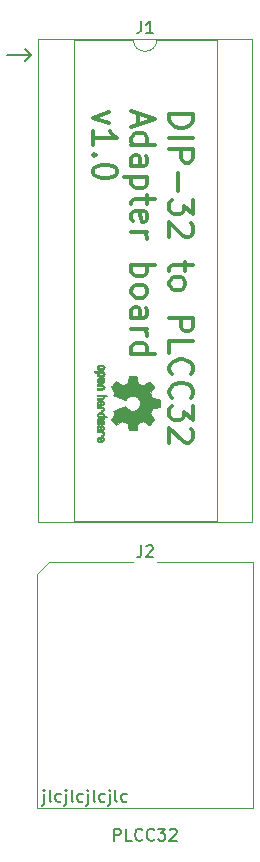
<source format=gbr>
%TF.GenerationSoftware,KiCad,Pcbnew,(6.0.9)*%
%TF.CreationDate,2023-07-20T16:52:18+02:00*%
%TF.ProjectId,plcc32-adapter-board,706c6363-3332-42d6-9164-61707465722d,rev?*%
%TF.SameCoordinates,Original*%
%TF.FileFunction,Legend,Top*%
%TF.FilePolarity,Positive*%
%FSLAX46Y46*%
G04 Gerber Fmt 4.6, Leading zero omitted, Abs format (unit mm)*
G04 Created by KiCad (PCBNEW (6.0.9)) date 2023-07-20 16:52:18*
%MOMM*%
%LPD*%
G01*
G04 APERTURE LIST*
%ADD10C,0.150000*%
%ADD11C,0.300000*%
%ADD12C,0.010000*%
%ADD13C,0.120000*%
G04 APERTURE END LIST*
D10*
X24463809Y-82843714D02*
X24463809Y-83700857D01*
X24416190Y-83796095D01*
X24320952Y-83843714D01*
X24273333Y-83843714D01*
X24463809Y-82510380D02*
X24416190Y-82558000D01*
X24463809Y-82605619D01*
X24511428Y-82558000D01*
X24463809Y-82510380D01*
X24463809Y-82605619D01*
X25082857Y-83510380D02*
X24987619Y-83462761D01*
X24940000Y-83367523D01*
X24940000Y-82510380D01*
X25892380Y-83462761D02*
X25797142Y-83510380D01*
X25606666Y-83510380D01*
X25511428Y-83462761D01*
X25463809Y-83415142D01*
X25416190Y-83319904D01*
X25416190Y-83034190D01*
X25463809Y-82938952D01*
X25511428Y-82891333D01*
X25606666Y-82843714D01*
X25797142Y-82843714D01*
X25892380Y-82891333D01*
X26320952Y-82843714D02*
X26320952Y-83700857D01*
X26273333Y-83796095D01*
X26178095Y-83843714D01*
X26130476Y-83843714D01*
X26320952Y-82510380D02*
X26273333Y-82558000D01*
X26320952Y-82605619D01*
X26368571Y-82558000D01*
X26320952Y-82510380D01*
X26320952Y-82605619D01*
X26940000Y-83510380D02*
X26844761Y-83462761D01*
X26797142Y-83367523D01*
X26797142Y-82510380D01*
X27749523Y-83462761D02*
X27654285Y-83510380D01*
X27463809Y-83510380D01*
X27368571Y-83462761D01*
X27320952Y-83415142D01*
X27273333Y-83319904D01*
X27273333Y-83034190D01*
X27320952Y-82938952D01*
X27368571Y-82891333D01*
X27463809Y-82843714D01*
X27654285Y-82843714D01*
X27749523Y-82891333D01*
X28178095Y-82843714D02*
X28178095Y-83700857D01*
X28130476Y-83796095D01*
X28035238Y-83843714D01*
X27987619Y-83843714D01*
X28178095Y-82510380D02*
X28130476Y-82558000D01*
X28178095Y-82605619D01*
X28225714Y-82558000D01*
X28178095Y-82510380D01*
X28178095Y-82605619D01*
X28797142Y-83510380D02*
X28701904Y-83462761D01*
X28654285Y-83367523D01*
X28654285Y-82510380D01*
X29606666Y-83462761D02*
X29511428Y-83510380D01*
X29320952Y-83510380D01*
X29225714Y-83462761D01*
X29178095Y-83415142D01*
X29130476Y-83319904D01*
X29130476Y-83034190D01*
X29178095Y-82938952D01*
X29225714Y-82891333D01*
X29320952Y-82843714D01*
X29511428Y-82843714D01*
X29606666Y-82891333D01*
X30035238Y-82843714D02*
X30035238Y-83700857D01*
X29987619Y-83796095D01*
X29892380Y-83843714D01*
X29844761Y-83843714D01*
X30035238Y-82510380D02*
X29987619Y-82558000D01*
X30035238Y-82605619D01*
X30082857Y-82558000D01*
X30035238Y-82510380D01*
X30035238Y-82605619D01*
X30654285Y-83510380D02*
X30559047Y-83462761D01*
X30511428Y-83367523D01*
X30511428Y-82510380D01*
X31463809Y-83462761D02*
X31368571Y-83510380D01*
X31178095Y-83510380D01*
X31082857Y-83462761D01*
X31035238Y-83415142D01*
X30987619Y-83319904D01*
X30987619Y-83034190D01*
X31035238Y-82938952D01*
X31082857Y-82891333D01*
X31178095Y-82843714D01*
X31368571Y-82843714D01*
X31463809Y-82891333D01*
D11*
X35081238Y-25309190D02*
X37081238Y-25309190D01*
X37081238Y-25785380D01*
X36986000Y-26071095D01*
X36795523Y-26261571D01*
X36605047Y-26356809D01*
X36224095Y-26452047D01*
X35938380Y-26452047D01*
X35557428Y-26356809D01*
X35366952Y-26261571D01*
X35176476Y-26071095D01*
X35081238Y-25785380D01*
X35081238Y-25309190D01*
X35081238Y-27309190D02*
X37081238Y-27309190D01*
X35081238Y-28261571D02*
X37081238Y-28261571D01*
X37081238Y-29023476D01*
X36986000Y-29213952D01*
X36890761Y-29309190D01*
X36700285Y-29404428D01*
X36414571Y-29404428D01*
X36224095Y-29309190D01*
X36128857Y-29213952D01*
X36033619Y-29023476D01*
X36033619Y-28261571D01*
X35843142Y-30261571D02*
X35843142Y-31785380D01*
X37081238Y-32547285D02*
X37081238Y-33785380D01*
X36319333Y-33118714D01*
X36319333Y-33404428D01*
X36224095Y-33594904D01*
X36128857Y-33690142D01*
X35938380Y-33785380D01*
X35462190Y-33785380D01*
X35271714Y-33690142D01*
X35176476Y-33594904D01*
X35081238Y-33404428D01*
X35081238Y-32833000D01*
X35176476Y-32642523D01*
X35271714Y-32547285D01*
X36890761Y-34547285D02*
X36986000Y-34642523D01*
X37081238Y-34833000D01*
X37081238Y-35309190D01*
X36986000Y-35499666D01*
X36890761Y-35594904D01*
X36700285Y-35690142D01*
X36509809Y-35690142D01*
X36224095Y-35594904D01*
X35081238Y-34452047D01*
X35081238Y-35690142D01*
X36414571Y-37785380D02*
X36414571Y-38547285D01*
X37081238Y-38071095D02*
X35366952Y-38071095D01*
X35176476Y-38166333D01*
X35081238Y-38356809D01*
X35081238Y-38547285D01*
X35081238Y-39499666D02*
X35176476Y-39309190D01*
X35271714Y-39213952D01*
X35462190Y-39118714D01*
X36033619Y-39118714D01*
X36224095Y-39213952D01*
X36319333Y-39309190D01*
X36414571Y-39499666D01*
X36414571Y-39785380D01*
X36319333Y-39975857D01*
X36224095Y-40071095D01*
X36033619Y-40166333D01*
X35462190Y-40166333D01*
X35271714Y-40071095D01*
X35176476Y-39975857D01*
X35081238Y-39785380D01*
X35081238Y-39499666D01*
X35081238Y-42547285D02*
X37081238Y-42547285D01*
X37081238Y-43309190D01*
X36986000Y-43499666D01*
X36890761Y-43594904D01*
X36700285Y-43690142D01*
X36414571Y-43690142D01*
X36224095Y-43594904D01*
X36128857Y-43499666D01*
X36033619Y-43309190D01*
X36033619Y-42547285D01*
X35081238Y-45499666D02*
X35081238Y-44547285D01*
X37081238Y-44547285D01*
X35271714Y-47309190D02*
X35176476Y-47213952D01*
X35081238Y-46928238D01*
X35081238Y-46737761D01*
X35176476Y-46452047D01*
X35366952Y-46261571D01*
X35557428Y-46166333D01*
X35938380Y-46071095D01*
X36224095Y-46071095D01*
X36605047Y-46166333D01*
X36795523Y-46261571D01*
X36985999Y-46452047D01*
X37081238Y-46737761D01*
X37081238Y-46928238D01*
X36985999Y-47213952D01*
X36890761Y-47309190D01*
X35271714Y-49309190D02*
X35176476Y-49213952D01*
X35081238Y-48928238D01*
X35081238Y-48737761D01*
X35176476Y-48452047D01*
X35366952Y-48261571D01*
X35557428Y-48166333D01*
X35938380Y-48071095D01*
X36224095Y-48071095D01*
X36605047Y-48166333D01*
X36795523Y-48261571D01*
X36985999Y-48452047D01*
X37081238Y-48737761D01*
X37081238Y-48928238D01*
X36985999Y-49213952D01*
X36890761Y-49309190D01*
X37081238Y-49975857D02*
X37081238Y-51213952D01*
X36319333Y-50547285D01*
X36319333Y-50833000D01*
X36224095Y-51023476D01*
X36128857Y-51118714D01*
X35938380Y-51213952D01*
X35462190Y-51213952D01*
X35271714Y-51118714D01*
X35176476Y-51023476D01*
X35081238Y-50833000D01*
X35081238Y-50261571D01*
X35176476Y-50071095D01*
X35271714Y-49975857D01*
X36890761Y-51975857D02*
X36985999Y-52071095D01*
X37081238Y-52261571D01*
X37081238Y-52737761D01*
X36985999Y-52928238D01*
X36890761Y-53023476D01*
X36700285Y-53118714D01*
X36509809Y-53118714D01*
X36224095Y-53023476D01*
X35081238Y-51880619D01*
X35081238Y-53118714D01*
X32432666Y-25213952D02*
X32432666Y-26166333D01*
X31861238Y-25023476D02*
X33861238Y-25690142D01*
X31861238Y-26356809D01*
X31861238Y-27880619D02*
X33861238Y-27880619D01*
X31956476Y-27880619D02*
X31861238Y-27690142D01*
X31861238Y-27309190D01*
X31956476Y-27118714D01*
X32051714Y-27023476D01*
X32242190Y-26928238D01*
X32813619Y-26928238D01*
X33004095Y-27023476D01*
X33099333Y-27118714D01*
X33194571Y-27309190D01*
X33194571Y-27690142D01*
X33099333Y-27880619D01*
X31861238Y-29690142D02*
X32908857Y-29690142D01*
X33099333Y-29594904D01*
X33194571Y-29404428D01*
X33194571Y-29023476D01*
X33099333Y-28833000D01*
X31956476Y-29690142D02*
X31861238Y-29499666D01*
X31861238Y-29023476D01*
X31956476Y-28833000D01*
X32146952Y-28737761D01*
X32337428Y-28737761D01*
X32527904Y-28833000D01*
X32623142Y-29023476D01*
X32623142Y-29499666D01*
X32718380Y-29690142D01*
X33194571Y-30642523D02*
X31194571Y-30642523D01*
X33099333Y-30642523D02*
X33194571Y-30833000D01*
X33194571Y-31213952D01*
X33099333Y-31404428D01*
X33004095Y-31499666D01*
X32813619Y-31594904D01*
X32242190Y-31594904D01*
X32051714Y-31499666D01*
X31956476Y-31404428D01*
X31861238Y-31213952D01*
X31861238Y-30833000D01*
X31956476Y-30642523D01*
X33194571Y-32166333D02*
X33194571Y-32928238D01*
X33861238Y-32452047D02*
X32146952Y-32452047D01*
X31956476Y-32547285D01*
X31861238Y-32737761D01*
X31861238Y-32928238D01*
X31956476Y-34356809D02*
X31861238Y-34166333D01*
X31861238Y-33785380D01*
X31956476Y-33594904D01*
X32146952Y-33499666D01*
X32908857Y-33499666D01*
X33099333Y-33594904D01*
X33194571Y-33785380D01*
X33194571Y-34166333D01*
X33099333Y-34356809D01*
X32908857Y-34452047D01*
X32718380Y-34452047D01*
X32527904Y-33499666D01*
X31861238Y-35309190D02*
X33194571Y-35309190D01*
X32813619Y-35309190D02*
X33004095Y-35404428D01*
X33099333Y-35499666D01*
X33194571Y-35690142D01*
X33194571Y-35880619D01*
X31861238Y-38071095D02*
X33861238Y-38071095D01*
X33099333Y-38071095D02*
X33194571Y-38261571D01*
X33194571Y-38642523D01*
X33099333Y-38833000D01*
X33004095Y-38928238D01*
X32813619Y-39023476D01*
X32242190Y-39023476D01*
X32051714Y-38928238D01*
X31956476Y-38833000D01*
X31861238Y-38642523D01*
X31861238Y-38261571D01*
X31956476Y-38071095D01*
X31861238Y-40166333D02*
X31956476Y-39975857D01*
X32051714Y-39880619D01*
X32242190Y-39785380D01*
X32813619Y-39785380D01*
X33004095Y-39880619D01*
X33099333Y-39975857D01*
X33194571Y-40166333D01*
X33194571Y-40452047D01*
X33099333Y-40642523D01*
X33004095Y-40737761D01*
X32813619Y-40833000D01*
X32242190Y-40833000D01*
X32051714Y-40737761D01*
X31956476Y-40642523D01*
X31861238Y-40452047D01*
X31861238Y-40166333D01*
X31861238Y-42547285D02*
X32908857Y-42547285D01*
X33099333Y-42452047D01*
X33194571Y-42261571D01*
X33194571Y-41880619D01*
X33099333Y-41690142D01*
X31956476Y-42547285D02*
X31861238Y-42356809D01*
X31861238Y-41880619D01*
X31956476Y-41690142D01*
X32146952Y-41594904D01*
X32337428Y-41594904D01*
X32527904Y-41690142D01*
X32623142Y-41880619D01*
X32623142Y-42356809D01*
X32718380Y-42547285D01*
X31861238Y-43499666D02*
X33194571Y-43499666D01*
X32813619Y-43499666D02*
X33004095Y-43594904D01*
X33099333Y-43690142D01*
X33194571Y-43880619D01*
X33194571Y-44071095D01*
X31861238Y-45594904D02*
X33861238Y-45594904D01*
X31956476Y-45594904D02*
X31861238Y-45404428D01*
X31861238Y-45023476D01*
X31956476Y-44833000D01*
X32051714Y-44737761D01*
X32242190Y-44642523D01*
X32813619Y-44642523D01*
X33004095Y-44737761D01*
X33099333Y-44833000D01*
X33194571Y-45023476D01*
X33194571Y-45404428D01*
X33099333Y-45594904D01*
X29974571Y-25118714D02*
X28641238Y-25594904D01*
X29974571Y-26071095D01*
X28641238Y-27880619D02*
X28641238Y-26737761D01*
X28641238Y-27309190D02*
X30641238Y-27309190D01*
X30355523Y-27118714D01*
X30165047Y-26928238D01*
X30069809Y-26737761D01*
X28831714Y-28737761D02*
X28736476Y-28833000D01*
X28641238Y-28737761D01*
X28736476Y-28642523D01*
X28831714Y-28737761D01*
X28641238Y-28737761D01*
X30641238Y-30071095D02*
X30641238Y-30261571D01*
X30546000Y-30452047D01*
X30450761Y-30547285D01*
X30260285Y-30642523D01*
X29879333Y-30737761D01*
X29403142Y-30737761D01*
X29022190Y-30642523D01*
X28831714Y-30547285D01*
X28736476Y-30452047D01*
X28641238Y-30261571D01*
X28641238Y-30071095D01*
X28736476Y-29880619D01*
X28831714Y-29785380D01*
X29022190Y-29690142D01*
X29403142Y-29594904D01*
X29879333Y-29594904D01*
X30260285Y-29690142D01*
X30450761Y-29785380D01*
X30546000Y-29880619D01*
X30641238Y-30071095D01*
D10*
X23368000Y-20320000D02*
X22860000Y-20828000D01*
X23368000Y-20320000D02*
X22860000Y-19812000D01*
X21336000Y-20320000D02*
X23368000Y-20320000D01*
%TO.C,J2*%
X32691666Y-61812380D02*
X32691666Y-62526666D01*
X32644047Y-62669523D01*
X32548809Y-62764761D01*
X32405952Y-62812380D01*
X32310714Y-62812380D01*
X33120238Y-61907619D02*
X33167857Y-61860000D01*
X33263095Y-61812380D01*
X33501190Y-61812380D01*
X33596428Y-61860000D01*
X33644047Y-61907619D01*
X33691666Y-62002857D01*
X33691666Y-62098095D01*
X33644047Y-62240952D01*
X33072619Y-62812380D01*
X33691666Y-62812380D01*
X30400952Y-86812380D02*
X30400952Y-85812380D01*
X30781904Y-85812380D01*
X30877142Y-85860000D01*
X30924761Y-85907619D01*
X30972380Y-86002857D01*
X30972380Y-86145714D01*
X30924761Y-86240952D01*
X30877142Y-86288571D01*
X30781904Y-86336190D01*
X30400952Y-86336190D01*
X31877142Y-86812380D02*
X31400952Y-86812380D01*
X31400952Y-85812380D01*
X32781904Y-86717142D02*
X32734285Y-86764761D01*
X32591428Y-86812380D01*
X32496190Y-86812380D01*
X32353333Y-86764761D01*
X32258095Y-86669523D01*
X32210476Y-86574285D01*
X32162857Y-86383809D01*
X32162857Y-86240952D01*
X32210476Y-86050476D01*
X32258095Y-85955238D01*
X32353333Y-85860000D01*
X32496190Y-85812380D01*
X32591428Y-85812380D01*
X32734285Y-85860000D01*
X32781904Y-85907619D01*
X33781904Y-86717142D02*
X33734285Y-86764761D01*
X33591428Y-86812380D01*
X33496190Y-86812380D01*
X33353333Y-86764761D01*
X33258095Y-86669523D01*
X33210476Y-86574285D01*
X33162857Y-86383809D01*
X33162857Y-86240952D01*
X33210476Y-86050476D01*
X33258095Y-85955238D01*
X33353333Y-85860000D01*
X33496190Y-85812380D01*
X33591428Y-85812380D01*
X33734285Y-85860000D01*
X33781904Y-85907619D01*
X34115238Y-85812380D02*
X34734285Y-85812380D01*
X34400952Y-86193333D01*
X34543809Y-86193333D01*
X34639047Y-86240952D01*
X34686666Y-86288571D01*
X34734285Y-86383809D01*
X34734285Y-86621904D01*
X34686666Y-86717142D01*
X34639047Y-86764761D01*
X34543809Y-86812380D01*
X34258095Y-86812380D01*
X34162857Y-86764761D01*
X34115238Y-86717142D01*
X35115238Y-85907619D02*
X35162857Y-85860000D01*
X35258095Y-85812380D01*
X35496190Y-85812380D01*
X35591428Y-85860000D01*
X35639047Y-85907619D01*
X35686666Y-86002857D01*
X35686666Y-86098095D01*
X35639047Y-86240952D01*
X35067619Y-86812380D01*
X35686666Y-86812380D01*
%TO.C,J1*%
X32686666Y-17442380D02*
X32686666Y-18156666D01*
X32639047Y-18299523D01*
X32543809Y-18394761D01*
X32400952Y-18442380D01*
X32305714Y-18442380D01*
X33686666Y-18442380D02*
X33115238Y-18442380D01*
X33400952Y-18442380D02*
X33400952Y-17442380D01*
X33305714Y-17585238D01*
X33210476Y-17680476D01*
X33115238Y-17728095D01*
%TO.C,REF\u002A\u002A*%
G36*
X29534242Y-51098226D02*
G01*
X29546718Y-51130059D01*
X29551086Y-51148683D01*
X29537282Y-51153458D01*
X29498714Y-51157921D01*
X29439644Y-51161775D01*
X29364337Y-51164722D01*
X29300714Y-51166143D01*
X29050343Y-51170114D01*
X29045444Y-51204759D01*
X29048869Y-51236268D01*
X29059959Y-51251708D01*
X29080692Y-51256023D01*
X29124855Y-51259708D01*
X29186854Y-51262469D01*
X29261091Y-51264012D01*
X29299294Y-51264235D01*
X29519217Y-51264457D01*
X29535151Y-51310166D01*
X29545985Y-51342518D01*
X29551038Y-51360115D01*
X29551086Y-51360623D01*
X29537352Y-51362388D01*
X29499270Y-51364329D01*
X29441518Y-51366282D01*
X29368773Y-51368084D01*
X29300714Y-51369343D01*
X29050343Y-51373314D01*
X29050343Y-51460400D01*
X29278760Y-51464396D01*
X29507178Y-51468392D01*
X29529132Y-51510847D01*
X29544207Y-51542192D01*
X29551049Y-51560744D01*
X29551086Y-51561279D01*
X29537337Y-51563833D01*
X29499150Y-51566048D01*
X29441114Y-51567784D01*
X29367820Y-51568899D01*
X29290945Y-51569257D01*
X29030804Y-51569257D01*
X28984873Y-51523326D01*
X28956571Y-51491675D01*
X28945107Y-51463890D01*
X28945832Y-51425915D01*
X28947679Y-51410840D01*
X28953052Y-51363726D01*
X28956131Y-51324756D01*
X28956415Y-51315257D01*
X28954555Y-51283233D01*
X28949886Y-51237432D01*
X28947679Y-51219674D01*
X28944265Y-51176057D01*
X28951680Y-51146745D01*
X28974573Y-51117680D01*
X28984873Y-51107188D01*
X29030804Y-51061257D01*
X29517398Y-51061257D01*
X29534242Y-51098226D01*
G37*
D12*
X29534242Y-51098226D02*
X29546718Y-51130059D01*
X29551086Y-51148683D01*
X29537282Y-51153458D01*
X29498714Y-51157921D01*
X29439644Y-51161775D01*
X29364337Y-51164722D01*
X29300714Y-51166143D01*
X29050343Y-51170114D01*
X29045444Y-51204759D01*
X29048869Y-51236268D01*
X29059959Y-51251708D01*
X29080692Y-51256023D01*
X29124855Y-51259708D01*
X29186854Y-51262469D01*
X29261091Y-51264012D01*
X29299294Y-51264235D01*
X29519217Y-51264457D01*
X29535151Y-51310166D01*
X29545985Y-51342518D01*
X29551038Y-51360115D01*
X29551086Y-51360623D01*
X29537352Y-51362388D01*
X29499270Y-51364329D01*
X29441518Y-51366282D01*
X29368773Y-51368084D01*
X29300714Y-51369343D01*
X29050343Y-51373314D01*
X29050343Y-51460400D01*
X29278760Y-51464396D01*
X29507178Y-51468392D01*
X29529132Y-51510847D01*
X29544207Y-51542192D01*
X29551049Y-51560744D01*
X29551086Y-51561279D01*
X29537337Y-51563833D01*
X29499150Y-51566048D01*
X29441114Y-51567784D01*
X29367820Y-51568899D01*
X29290945Y-51569257D01*
X29030804Y-51569257D01*
X28984873Y-51523326D01*
X28956571Y-51491675D01*
X28945107Y-51463890D01*
X28945832Y-51425915D01*
X28947679Y-51410840D01*
X28953052Y-51363726D01*
X28956131Y-51324756D01*
X28956415Y-51315257D01*
X28954555Y-51283233D01*
X28949886Y-51237432D01*
X28947679Y-51219674D01*
X28944265Y-51176057D01*
X28951680Y-51146745D01*
X28974573Y-51117680D01*
X28984873Y-51107188D01*
X29030804Y-51061257D01*
X29517398Y-51061257D01*
X29534242Y-51098226D01*
G36*
X29387841Y-46521096D02*
G01*
X29424051Y-46526068D01*
X29450701Y-46534713D01*
X29474278Y-46548005D01*
X29478662Y-46550943D01*
X29537751Y-46600313D01*
X29572053Y-46654109D01*
X29585669Y-46719602D01*
X29586335Y-46741842D01*
X29574038Y-46825115D01*
X29538267Y-46893145D01*
X29480699Y-46943351D01*
X29443688Y-46961185D01*
X29388118Y-46975063D01*
X29317904Y-46982167D01*
X29241273Y-46982840D01*
X29166448Y-46977427D01*
X29101658Y-46966270D01*
X29055127Y-46949714D01*
X29047113Y-46944626D01*
X28987293Y-46884355D01*
X28951465Y-46812769D01*
X28940980Y-46735092D01*
X28942612Y-46727186D01*
X29076320Y-46727186D01*
X29077452Y-46760903D01*
X29098984Y-46794995D01*
X29121971Y-46815329D01*
X29155522Y-46827371D01*
X29208431Y-46834134D01*
X29214601Y-46834598D01*
X29310487Y-46835752D01*
X29381701Y-46823688D01*
X29427806Y-46798570D01*
X29448365Y-46760560D01*
X29449486Y-46746992D01*
X29443848Y-46711364D01*
X29424314Y-46686994D01*
X29386958Y-46672093D01*
X29327850Y-46664875D01*
X29265808Y-46663429D01*
X29199570Y-46664273D01*
X29155614Y-46667596D01*
X29127221Y-46674583D01*
X29107675Y-46686416D01*
X29101143Y-46692457D01*
X29076320Y-46727186D01*
X28942612Y-46727186D01*
X28957190Y-46656548D01*
X28966908Y-46634689D01*
X28996857Y-46592122D01*
X29036567Y-46554763D01*
X29041603Y-46551232D01*
X29065876Y-46536881D01*
X29091822Y-46527394D01*
X29125978Y-46521790D01*
X29174881Y-46519086D01*
X29245065Y-46518299D01*
X29260800Y-46518286D01*
X29265808Y-46518322D01*
X29335587Y-46518826D01*
X29387841Y-46521096D01*
G37*
X29387841Y-46521096D02*
X29424051Y-46526068D01*
X29450701Y-46534713D01*
X29474278Y-46548005D01*
X29478662Y-46550943D01*
X29537751Y-46600313D01*
X29572053Y-46654109D01*
X29585669Y-46719602D01*
X29586335Y-46741842D01*
X29574038Y-46825115D01*
X29538267Y-46893145D01*
X29480699Y-46943351D01*
X29443688Y-46961185D01*
X29388118Y-46975063D01*
X29317904Y-46982167D01*
X29241273Y-46982840D01*
X29166448Y-46977427D01*
X29101658Y-46966270D01*
X29055127Y-46949714D01*
X29047113Y-46944626D01*
X28987293Y-46884355D01*
X28951465Y-46812769D01*
X28940980Y-46735092D01*
X28942612Y-46727186D01*
X29076320Y-46727186D01*
X29077452Y-46760903D01*
X29098984Y-46794995D01*
X29121971Y-46815329D01*
X29155522Y-46827371D01*
X29208431Y-46834134D01*
X29214601Y-46834598D01*
X29310487Y-46835752D01*
X29381701Y-46823688D01*
X29427806Y-46798570D01*
X29448365Y-46760560D01*
X29449486Y-46746992D01*
X29443848Y-46711364D01*
X29424314Y-46686994D01*
X29386958Y-46672093D01*
X29327850Y-46664875D01*
X29265808Y-46663429D01*
X29199570Y-46664273D01*
X29155614Y-46667596D01*
X29127221Y-46674583D01*
X29107675Y-46686416D01*
X29101143Y-46692457D01*
X29076320Y-46727186D01*
X28942612Y-46727186D01*
X28957190Y-46656548D01*
X28966908Y-46634689D01*
X28996857Y-46592122D01*
X29036567Y-46554763D01*
X29041603Y-46551232D01*
X29065876Y-46536881D01*
X29091822Y-46527394D01*
X29125978Y-46521790D01*
X29174881Y-46519086D01*
X29245065Y-46518299D01*
X29260800Y-46518286D01*
X29265808Y-46518322D01*
X29335587Y-46518826D01*
X29387841Y-46521096D01*
G36*
X29400616Y-52652196D02*
G01*
X29449305Y-52665884D01*
X29485151Y-52688096D01*
X29513487Y-52720574D01*
X29522645Y-52734733D01*
X29546493Y-52799053D01*
X29547994Y-52869473D01*
X29529034Y-52937595D01*
X29491503Y-52995021D01*
X29457904Y-53022719D01*
X29396936Y-53044662D01*
X29348692Y-53046405D01*
X29284184Y-53042457D01*
X29219066Y-52893686D01*
X29185798Y-52821349D01*
X29159036Y-52774084D01*
X29135856Y-52749507D01*
X29113333Y-52745237D01*
X29088545Y-52758889D01*
X29072114Y-52773943D01*
X29045765Y-52817746D01*
X29043919Y-52865389D01*
X29064454Y-52909145D01*
X29105248Y-52941289D01*
X29119653Y-52947038D01*
X29164644Y-52974576D01*
X29183818Y-53006258D01*
X29200221Y-53049714D01*
X29138034Y-53049714D01*
X29095717Y-53045872D01*
X29060031Y-53030823D01*
X29019057Y-52999280D01*
X29013733Y-52994592D01*
X28977280Y-52959506D01*
X28957717Y-52929347D01*
X28948717Y-52891615D01*
X28945770Y-52860335D01*
X28945035Y-52804385D01*
X28954340Y-52764555D01*
X28968154Y-52739708D01*
X28971384Y-52735556D01*
X29260800Y-52735556D01*
X29266335Y-52752274D01*
X29280983Y-52788249D01*
X29301810Y-52836331D01*
X29306286Y-52846386D01*
X29337186Y-52907152D01*
X29364343Y-52940632D01*
X29389780Y-52947990D01*
X29415519Y-52930391D01*
X29426891Y-52915856D01*
X29449636Y-52863410D01*
X29445878Y-52814322D01*
X29418116Y-52773227D01*
X29368848Y-52744758D01*
X29329743Y-52735631D01*
X29289753Y-52732007D01*
X29264874Y-52733023D01*
X29260800Y-52735556D01*
X28971384Y-52735556D01*
X28998533Y-52700656D01*
X29031387Y-52673625D01*
X29072706Y-52656517D01*
X29128479Y-52647238D01*
X29204695Y-52643693D01*
X29243378Y-52643410D01*
X29289753Y-52644372D01*
X29333751Y-52645285D01*
X29400616Y-52652196D01*
G37*
X29400616Y-52652196D02*
X29449305Y-52665884D01*
X29485151Y-52688096D01*
X29513487Y-52720574D01*
X29522645Y-52734733D01*
X29546493Y-52799053D01*
X29547994Y-52869473D01*
X29529034Y-52937595D01*
X29491503Y-52995021D01*
X29457904Y-53022719D01*
X29396936Y-53044662D01*
X29348692Y-53046405D01*
X29284184Y-53042457D01*
X29219066Y-52893686D01*
X29185798Y-52821349D01*
X29159036Y-52774084D01*
X29135856Y-52749507D01*
X29113333Y-52745237D01*
X29088545Y-52758889D01*
X29072114Y-52773943D01*
X29045765Y-52817746D01*
X29043919Y-52865389D01*
X29064454Y-52909145D01*
X29105248Y-52941289D01*
X29119653Y-52947038D01*
X29164644Y-52974576D01*
X29183818Y-53006258D01*
X29200221Y-53049714D01*
X29138034Y-53049714D01*
X29095717Y-53045872D01*
X29060031Y-53030823D01*
X29019057Y-52999280D01*
X29013733Y-52994592D01*
X28977280Y-52959506D01*
X28957717Y-52929347D01*
X28948717Y-52891615D01*
X28945770Y-52860335D01*
X28945035Y-52804385D01*
X28954340Y-52764555D01*
X28968154Y-52739708D01*
X28971384Y-52735556D01*
X29260800Y-52735556D01*
X29266335Y-52752274D01*
X29280983Y-52788249D01*
X29301810Y-52836331D01*
X29306286Y-52846386D01*
X29337186Y-52907152D01*
X29364343Y-52940632D01*
X29389780Y-52947990D01*
X29415519Y-52930391D01*
X29426891Y-52915856D01*
X29449636Y-52863410D01*
X29445878Y-52814322D01*
X29418116Y-52773227D01*
X29368848Y-52744758D01*
X29329743Y-52735631D01*
X29289753Y-52732007D01*
X29264874Y-52733023D01*
X29260800Y-52735556D01*
X28971384Y-52735556D01*
X28998533Y-52700656D01*
X29031387Y-52673625D01*
X29072706Y-52656517D01*
X29128479Y-52647238D01*
X29204695Y-52643693D01*
X29243378Y-52643410D01*
X29289753Y-52644372D01*
X29333751Y-52645285D01*
X29400616Y-52652196D01*
G36*
X29184611Y-48190141D02*
G01*
X29277481Y-48191971D01*
X29346111Y-48194112D01*
X29395289Y-48197181D01*
X29429802Y-48201794D01*
X29454438Y-48208568D01*
X29473984Y-48218119D01*
X29491230Y-48229634D01*
X29546320Y-48285190D01*
X29578178Y-48352980D01*
X29585809Y-48426713D01*
X29568220Y-48500093D01*
X29541277Y-48546672D01*
X29514534Y-48579057D01*
X29486516Y-48602742D01*
X29452252Y-48619059D01*
X29406773Y-48629339D01*
X29345108Y-48634914D01*
X29262289Y-48637116D01*
X29202754Y-48637371D01*
X28983609Y-48637371D01*
X28955956Y-48575686D01*
X28928303Y-48514000D01*
X29168330Y-48506743D01*
X29257972Y-48503744D01*
X29323038Y-48500598D01*
X29367974Y-48496701D01*
X29397230Y-48491447D01*
X29415252Y-48484231D01*
X29426489Y-48474450D01*
X29428921Y-48471312D01*
X29447917Y-48423761D01*
X29440400Y-48375697D01*
X29420457Y-48347086D01*
X29406325Y-48335447D01*
X29387780Y-48327391D01*
X29359666Y-48322271D01*
X29316827Y-48319441D01*
X29254105Y-48318256D01*
X29188739Y-48318057D01*
X29106732Y-48318018D01*
X29048684Y-48316614D01*
X29009535Y-48311914D01*
X28984220Y-48301987D01*
X28967677Y-48284903D01*
X28954844Y-48258732D01*
X28941509Y-48223775D01*
X28926993Y-48185596D01*
X29184611Y-48190141D01*
G37*
X29184611Y-48190141D02*
X29277481Y-48191971D01*
X29346111Y-48194112D01*
X29395289Y-48197181D01*
X29429802Y-48201794D01*
X29454438Y-48208568D01*
X29473984Y-48218119D01*
X29491230Y-48229634D01*
X29546320Y-48285190D01*
X29578178Y-48352980D01*
X29585809Y-48426713D01*
X29568220Y-48500093D01*
X29541277Y-48546672D01*
X29514534Y-48579057D01*
X29486516Y-48602742D01*
X29452252Y-48619059D01*
X29406773Y-48629339D01*
X29345108Y-48634914D01*
X29262289Y-48637116D01*
X29202754Y-48637371D01*
X28983609Y-48637371D01*
X28955956Y-48575686D01*
X28928303Y-48514000D01*
X29168330Y-48506743D01*
X29257972Y-48503744D01*
X29323038Y-48500598D01*
X29367974Y-48496701D01*
X29397230Y-48491447D01*
X29415252Y-48484231D01*
X29426489Y-48474450D01*
X29428921Y-48471312D01*
X29447917Y-48423761D01*
X29440400Y-48375697D01*
X29420457Y-48347086D01*
X29406325Y-48335447D01*
X29387780Y-48327391D01*
X29359666Y-48322271D01*
X29316827Y-48319441D01*
X29254105Y-48318256D01*
X29188739Y-48318057D01*
X29106732Y-48318018D01*
X29048684Y-48316614D01*
X29009535Y-48311914D01*
X28984220Y-48301987D01*
X28967677Y-48284903D01*
X28954844Y-48258732D01*
X28941509Y-48223775D01*
X28926993Y-48185596D01*
X29184611Y-48190141D01*
G36*
X29275953Y-52150692D02*
G01*
X29352968Y-52154070D01*
X29409977Y-52161142D01*
X29451474Y-52173088D01*
X29481957Y-52191090D01*
X29505920Y-52216327D01*
X29522645Y-52241247D01*
X29544903Y-52301171D01*
X29549924Y-52370911D01*
X29537248Y-52436600D01*
X29529666Y-52453948D01*
X29496872Y-52495356D01*
X29449453Y-52530765D01*
X29398849Y-52552664D01*
X29373902Y-52556229D01*
X29339073Y-52544279D01*
X29320643Y-52518067D01*
X29309484Y-52489964D01*
X29307428Y-52477095D01*
X29322351Y-52470829D01*
X29354825Y-52458456D01*
X29369498Y-52453028D01*
X29420256Y-52422590D01*
X29445573Y-52378520D01*
X29444794Y-52322010D01*
X29443797Y-52317825D01*
X29429493Y-52287655D01*
X29401607Y-52265476D01*
X29356713Y-52250327D01*
X29291385Y-52241250D01*
X29202196Y-52237286D01*
X29154739Y-52236914D01*
X29079929Y-52236730D01*
X29028931Y-52235522D01*
X28996529Y-52232309D01*
X28977505Y-52226109D01*
X28966644Y-52215940D01*
X28958728Y-52200819D01*
X28958330Y-52199946D01*
X28946019Y-52170828D01*
X28941486Y-52156403D01*
X28955191Y-52154186D01*
X28993075Y-52152289D01*
X29050285Y-52150847D01*
X29121973Y-52149998D01*
X29174435Y-52149829D01*
X29275953Y-52150692D01*
G37*
X29275953Y-52150692D02*
X29352968Y-52154070D01*
X29409977Y-52161142D01*
X29451474Y-52173088D01*
X29481957Y-52191090D01*
X29505920Y-52216327D01*
X29522645Y-52241247D01*
X29544903Y-52301171D01*
X29549924Y-52370911D01*
X29537248Y-52436600D01*
X29529666Y-52453948D01*
X29496872Y-52495356D01*
X29449453Y-52530765D01*
X29398849Y-52552664D01*
X29373902Y-52556229D01*
X29339073Y-52544279D01*
X29320643Y-52518067D01*
X29309484Y-52489964D01*
X29307428Y-52477095D01*
X29322351Y-52470829D01*
X29354825Y-52458456D01*
X29369498Y-52453028D01*
X29420256Y-52422590D01*
X29445573Y-52378520D01*
X29444794Y-52322010D01*
X29443797Y-52317825D01*
X29429493Y-52287655D01*
X29401607Y-52265476D01*
X29356713Y-52250327D01*
X29291385Y-52241250D01*
X29202196Y-52237286D01*
X29154739Y-52236914D01*
X29079929Y-52236730D01*
X29028931Y-52235522D01*
X28996529Y-52232309D01*
X28977505Y-52226109D01*
X28966644Y-52215940D01*
X28958728Y-52200819D01*
X28958330Y-52199946D01*
X28946019Y-52170828D01*
X28941486Y-52156403D01*
X28955191Y-52154186D01*
X28993075Y-52152289D01*
X29050285Y-52150847D01*
X29121973Y-52149998D01*
X29174435Y-52149829D01*
X29275953Y-52150692D01*
G36*
X29405914Y-50568726D02*
G01*
X29457400Y-50591135D01*
X29497557Y-50626124D01*
X29518139Y-50653375D01*
X29540375Y-50702907D01*
X29550696Y-50760316D01*
X29547933Y-50813682D01*
X29536788Y-50843543D01*
X29533617Y-50855261D01*
X29545443Y-50863037D01*
X29577134Y-50868465D01*
X29625407Y-50872571D01*
X29679171Y-50877067D01*
X29711518Y-50883313D01*
X29730015Y-50894676D01*
X29742230Y-50914528D01*
X29747638Y-50927000D01*
X29767399Y-50974171D01*
X29430642Y-50974117D01*
X29322163Y-50973933D01*
X29238713Y-50973219D01*
X29176296Y-50971675D01*
X29130915Y-50969001D01*
X29098571Y-50964894D01*
X29075267Y-50959055D01*
X29057005Y-50951182D01*
X29046582Y-50945221D01*
X28990055Y-50895855D01*
X28954623Y-50833264D01*
X28946259Y-50787701D01*
X29046581Y-50787701D01*
X29071295Y-50835276D01*
X29074644Y-50838979D01*
X29092065Y-50854783D01*
X29112791Y-50864693D01*
X29143638Y-50870058D01*
X29191423Y-50872228D01*
X29244252Y-50872571D01*
X29310619Y-50871827D01*
X29354894Y-50868748D01*
X29383991Y-50862061D01*
X29404827Y-50850496D01*
X29415893Y-50841013D01*
X29443802Y-50796960D01*
X29447157Y-50746224D01*
X29425841Y-50697796D01*
X29417927Y-50688450D01*
X29400353Y-50672540D01*
X29379413Y-50662610D01*
X29348218Y-50657278D01*
X29299878Y-50655163D01*
X29250353Y-50654857D01*
X29185450Y-50655476D01*
X29142486Y-50658314D01*
X29114378Y-50664840D01*
X29094047Y-50676523D01*
X29078712Y-50690483D01*
X29049110Y-50737365D01*
X29046581Y-50787701D01*
X28946259Y-50787701D01*
X28941910Y-50764013D01*
X28953537Y-50694668D01*
X28974432Y-50653375D01*
X29010578Y-50610025D01*
X29054724Y-50580481D01*
X29112538Y-50562655D01*
X29189687Y-50554463D01*
X29246286Y-50553302D01*
X29250353Y-50553458D01*
X29337432Y-50556810D01*
X29405914Y-50568726D01*
G37*
X29405914Y-50568726D02*
X29457400Y-50591135D01*
X29497557Y-50626124D01*
X29518139Y-50653375D01*
X29540375Y-50702907D01*
X29550696Y-50760316D01*
X29547933Y-50813682D01*
X29536788Y-50843543D01*
X29533617Y-50855261D01*
X29545443Y-50863037D01*
X29577134Y-50868465D01*
X29625407Y-50872571D01*
X29679171Y-50877067D01*
X29711518Y-50883313D01*
X29730015Y-50894676D01*
X29742230Y-50914528D01*
X29747638Y-50927000D01*
X29767399Y-50974171D01*
X29430642Y-50974117D01*
X29322163Y-50973933D01*
X29238713Y-50973219D01*
X29176296Y-50971675D01*
X29130915Y-50969001D01*
X29098571Y-50964894D01*
X29075267Y-50959055D01*
X29057005Y-50951182D01*
X29046582Y-50945221D01*
X28990055Y-50895855D01*
X28954623Y-50833264D01*
X28946259Y-50787701D01*
X29046581Y-50787701D01*
X29071295Y-50835276D01*
X29074644Y-50838979D01*
X29092065Y-50854783D01*
X29112791Y-50864693D01*
X29143638Y-50870058D01*
X29191423Y-50872228D01*
X29244252Y-50872571D01*
X29310619Y-50871827D01*
X29354894Y-50868748D01*
X29383991Y-50862061D01*
X29404827Y-50850496D01*
X29415893Y-50841013D01*
X29443802Y-50796960D01*
X29447157Y-50746224D01*
X29425841Y-50697796D01*
X29417927Y-50688450D01*
X29400353Y-50672540D01*
X29379413Y-50662610D01*
X29348218Y-50657278D01*
X29299878Y-50655163D01*
X29250353Y-50654857D01*
X29185450Y-50655476D01*
X29142486Y-50658314D01*
X29114378Y-50664840D01*
X29094047Y-50676523D01*
X29078712Y-50690483D01*
X29049110Y-50737365D01*
X29046581Y-50787701D01*
X28946259Y-50787701D01*
X28941910Y-50764013D01*
X28953537Y-50694668D01*
X28974432Y-50653375D01*
X29010578Y-50610025D01*
X29054724Y-50580481D01*
X29112538Y-50562655D01*
X29189687Y-50554463D01*
X29246286Y-50553302D01*
X29250353Y-50553458D01*
X29337432Y-50556810D01*
X29405914Y-50568726D01*
G36*
X29746556Y-49105457D02*
G01*
X29766453Y-49152629D01*
X29644711Y-49159886D01*
X29585387Y-49164139D01*
X29550428Y-49169025D01*
X29535180Y-49175795D01*
X29534985Y-49185702D01*
X29536805Y-49188914D01*
X29549985Y-49231644D01*
X29549215Y-49287227D01*
X29535667Y-49343737D01*
X29518139Y-49379082D01*
X29490139Y-49415321D01*
X29458451Y-49441813D01*
X29418187Y-49459999D01*
X29364457Y-49471322D01*
X29292374Y-49477222D01*
X29197049Y-49479143D01*
X29178763Y-49479177D01*
X28973354Y-49479200D01*
X28957420Y-49433491D01*
X28946580Y-49401027D01*
X28941532Y-49383215D01*
X28941486Y-49382691D01*
X28955172Y-49380937D01*
X28992924Y-49379444D01*
X29049776Y-49378326D01*
X29120766Y-49377697D01*
X29163927Y-49377600D01*
X29249027Y-49377398D01*
X29310019Y-49376358D01*
X29351823Y-49373831D01*
X29379358Y-49369164D01*
X29397544Y-49361707D01*
X29411302Y-49350811D01*
X29417927Y-49344007D01*
X29444625Y-49297272D01*
X29446625Y-49246272D01*
X29424045Y-49200001D01*
X29415893Y-49191444D01*
X29400564Y-49178893D01*
X29382382Y-49170188D01*
X29356091Y-49164631D01*
X29316438Y-49161526D01*
X29258168Y-49160176D01*
X29177827Y-49159886D01*
X28973354Y-49159886D01*
X28957420Y-49114177D01*
X28946580Y-49081713D01*
X28941532Y-49063901D01*
X28941486Y-49063377D01*
X28955377Y-49062037D01*
X28994561Y-49060828D01*
X29055300Y-49059801D01*
X29133859Y-49059002D01*
X29226502Y-49058481D01*
X29329491Y-49058286D01*
X29726658Y-49058286D01*
X29746556Y-49105457D01*
G37*
X29746556Y-49105457D02*
X29766453Y-49152629D01*
X29644711Y-49159886D01*
X29585387Y-49164139D01*
X29550428Y-49169025D01*
X29535180Y-49175795D01*
X29534985Y-49185702D01*
X29536805Y-49188914D01*
X29549985Y-49231644D01*
X29549215Y-49287227D01*
X29535667Y-49343737D01*
X29518139Y-49379082D01*
X29490139Y-49415321D01*
X29458451Y-49441813D01*
X29418187Y-49459999D01*
X29364457Y-49471322D01*
X29292374Y-49477222D01*
X29197049Y-49479143D01*
X29178763Y-49479177D01*
X28973354Y-49479200D01*
X28957420Y-49433491D01*
X28946580Y-49401027D01*
X28941532Y-49383215D01*
X28941486Y-49382691D01*
X28955172Y-49380937D01*
X28992924Y-49379444D01*
X29049776Y-49378326D01*
X29120766Y-49377697D01*
X29163927Y-49377600D01*
X29249027Y-49377398D01*
X29310019Y-49376358D01*
X29351823Y-49373831D01*
X29379358Y-49369164D01*
X29397544Y-49361707D01*
X29411302Y-49350811D01*
X29417927Y-49344007D01*
X29444625Y-49297272D01*
X29446625Y-49246272D01*
X29424045Y-49200001D01*
X29415893Y-49191444D01*
X29400564Y-49178893D01*
X29382382Y-49170188D01*
X29356091Y-49164631D01*
X29316438Y-49161526D01*
X29258168Y-49160176D01*
X29177827Y-49159886D01*
X28973354Y-49159886D01*
X28957420Y-49114177D01*
X28946580Y-49081713D01*
X28941532Y-49063901D01*
X28941486Y-49063377D01*
X28955377Y-49062037D01*
X28994561Y-49060828D01*
X29055300Y-49059801D01*
X29133859Y-49059002D01*
X29226502Y-49058481D01*
X29329491Y-49058286D01*
X29726658Y-49058286D01*
X29746556Y-49105457D01*
G36*
X29415918Y-49580496D02*
G01*
X29483673Y-49622675D01*
X29506339Y-49644624D01*
X29535431Y-49694517D01*
X29548600Y-49757967D01*
X29545032Y-49823744D01*
X29523913Y-49880616D01*
X29523507Y-49881267D01*
X29497620Y-49916440D01*
X29467367Y-49942407D01*
X29427942Y-49960670D01*
X29374538Y-49972732D01*
X29302349Y-49980096D01*
X29206568Y-49984264D01*
X29192922Y-49984629D01*
X28987158Y-49989876D01*
X28964322Y-49945716D01*
X28948890Y-49913763D01*
X28941577Y-49894470D01*
X28941486Y-49893578D01*
X28954978Y-49890239D01*
X28991374Y-49887587D01*
X29044548Y-49885956D01*
X29087607Y-49885600D01*
X29157359Y-49885592D01*
X29201163Y-49882403D01*
X29222056Y-49871288D01*
X29223075Y-49847501D01*
X29207259Y-49806296D01*
X29178185Y-49744086D01*
X29154037Y-49698341D01*
X29133087Y-49674813D01*
X29110253Y-49667896D01*
X29109123Y-49667886D01*
X29069788Y-49679299D01*
X29048538Y-49713092D01*
X29045461Y-49764809D01*
X29045994Y-49802061D01*
X29035265Y-49821703D01*
X29009495Y-49833952D01*
X28976663Y-49841002D01*
X28958034Y-49830842D01*
X28955368Y-49827017D01*
X28944660Y-49791001D01*
X28943144Y-49740566D01*
X28950241Y-49688626D01*
X28963212Y-49651822D01*
X29006415Y-49600938D01*
X29066554Y-49572014D01*
X29113538Y-49566286D01*
X29155918Y-49570657D01*
X29190512Y-49586475D01*
X29221237Y-49617797D01*
X29252010Y-49668678D01*
X29286748Y-49743176D01*
X29288712Y-49747714D01*
X29319713Y-49814821D01*
X29345138Y-49856232D01*
X29367986Y-49873981D01*
X29391255Y-49870107D01*
X29417944Y-49846643D01*
X29424086Y-49839627D01*
X29447900Y-49792630D01*
X29446897Y-49743933D01*
X29423549Y-49701522D01*
X29380325Y-49673384D01*
X29371840Y-49670769D01*
X29330692Y-49645308D01*
X29310872Y-49613001D01*
X29291230Y-49566286D01*
X29342050Y-49566286D01*
X29415918Y-49580496D01*
G37*
X29415918Y-49580496D02*
X29483673Y-49622675D01*
X29506339Y-49644624D01*
X29535431Y-49694517D01*
X29548600Y-49757967D01*
X29545032Y-49823744D01*
X29523913Y-49880616D01*
X29523507Y-49881267D01*
X29497620Y-49916440D01*
X29467367Y-49942407D01*
X29427942Y-49960670D01*
X29374538Y-49972732D01*
X29302349Y-49980096D01*
X29206568Y-49984264D01*
X29192922Y-49984629D01*
X28987158Y-49989876D01*
X28964322Y-49945716D01*
X28948890Y-49913763D01*
X28941577Y-49894470D01*
X28941486Y-49893578D01*
X28954978Y-49890239D01*
X28991374Y-49887587D01*
X29044548Y-49885956D01*
X29087607Y-49885600D01*
X29157359Y-49885592D01*
X29201163Y-49882403D01*
X29222056Y-49871288D01*
X29223075Y-49847501D01*
X29207259Y-49806296D01*
X29178185Y-49744086D01*
X29154037Y-49698341D01*
X29133087Y-49674813D01*
X29110253Y-49667896D01*
X29109123Y-49667886D01*
X29069788Y-49679299D01*
X29048538Y-49713092D01*
X29045461Y-49764809D01*
X29045994Y-49802061D01*
X29035265Y-49821703D01*
X29009495Y-49833952D01*
X28976663Y-49841002D01*
X28958034Y-49830842D01*
X28955368Y-49827017D01*
X28944660Y-49791001D01*
X28943144Y-49740566D01*
X28950241Y-49688626D01*
X28963212Y-49651822D01*
X29006415Y-49600938D01*
X29066554Y-49572014D01*
X29113538Y-49566286D01*
X29155918Y-49570657D01*
X29190512Y-49586475D01*
X29221237Y-49617797D01*
X29252010Y-49668678D01*
X29286748Y-49743176D01*
X29288712Y-49747714D01*
X29319713Y-49814821D01*
X29345138Y-49856232D01*
X29367986Y-49873981D01*
X29391255Y-49870107D01*
X29417944Y-49846643D01*
X29424086Y-49839627D01*
X29447900Y-49792630D01*
X29446897Y-49743933D01*
X29423549Y-49701522D01*
X29380325Y-49673384D01*
X29371840Y-49670769D01*
X29330692Y-49645308D01*
X29310872Y-49613001D01*
X29291230Y-49566286D01*
X29342050Y-49566286D01*
X29415918Y-49580496D01*
G36*
X32064846Y-47490914D02*
G01*
X32143787Y-47491616D01*
X32200962Y-47493134D01*
X32240001Y-47495749D01*
X32264535Y-47499746D01*
X32278195Y-47505409D01*
X32284611Y-47513020D01*
X32285801Y-47516143D01*
X32290020Y-47534978D01*
X32298438Y-47576588D01*
X32310039Y-47635630D01*
X32323805Y-47706757D01*
X32338720Y-47784625D01*
X32353768Y-47863887D01*
X32367931Y-47939198D01*
X32380194Y-48005213D01*
X32389539Y-48056587D01*
X32394950Y-48087975D01*
X32395886Y-48094959D01*
X32408404Y-48101285D01*
X32441754Y-48115290D01*
X32489623Y-48134355D01*
X32508371Y-48141634D01*
X32580805Y-48170996D01*
X32660830Y-48205571D01*
X32728272Y-48236537D01*
X32779841Y-48259323D01*
X32822215Y-48274482D01*
X32848166Y-48279542D01*
X32851644Y-48278736D01*
X32868064Y-48268041D01*
X32904583Y-48243620D01*
X32957313Y-48208095D01*
X33022365Y-48164087D01*
X33095849Y-48114217D01*
X33110355Y-48104356D01*
X33196296Y-48046492D01*
X33261739Y-48003956D01*
X33309696Y-47975054D01*
X33343180Y-47958090D01*
X33365205Y-47951367D01*
X33378783Y-47953190D01*
X33378869Y-47953236D01*
X33396703Y-47967586D01*
X33431183Y-47999323D01*
X33478732Y-48045010D01*
X33535778Y-48101204D01*
X33598745Y-48164468D01*
X33605773Y-48171602D01*
X33682980Y-48251330D01*
X33739670Y-48312857D01*
X33776890Y-48357421D01*
X33795685Y-48386257D01*
X33798111Y-48398958D01*
X33787529Y-48417494D01*
X33763084Y-48455961D01*
X33727388Y-48510386D01*
X33683053Y-48576798D01*
X33632689Y-48651225D01*
X33620840Y-48668601D01*
X33452374Y-48915297D01*
X33502938Y-49026706D01*
X33532405Y-49094457D01*
X33562041Y-49167183D01*
X33585670Y-49229703D01*
X33586642Y-49232457D01*
X33604543Y-49281360D01*
X33619680Y-49319057D01*
X33628790Y-49337425D01*
X33628816Y-49337456D01*
X33645283Y-49343285D01*
X33685781Y-49353192D01*
X33745758Y-49366195D01*
X33820660Y-49381309D01*
X33905936Y-49397552D01*
X33913125Y-49398881D01*
X34000986Y-49415175D01*
X34080740Y-49430133D01*
X34147319Y-49442791D01*
X34195653Y-49452186D01*
X34220675Y-49457354D01*
X34221057Y-49457444D01*
X34231701Y-49460589D01*
X34239738Y-49466704D01*
X34245533Y-49479453D01*
X34249453Y-49502500D01*
X34251865Y-49539509D01*
X34253135Y-49594144D01*
X34253629Y-49670067D01*
X34253714Y-49770944D01*
X34253714Y-49784000D01*
X34253652Y-49887910D01*
X34253222Y-49966454D01*
X34252058Y-50023298D01*
X34249793Y-50062105D01*
X34246060Y-50086538D01*
X34240494Y-50100262D01*
X34232727Y-50106940D01*
X34222395Y-50110236D01*
X34221057Y-50110556D01*
X34196921Y-50115562D01*
X34149299Y-50124829D01*
X34083259Y-50137392D01*
X34003872Y-50152287D01*
X33916204Y-50168551D01*
X33913125Y-50169119D01*
X33827211Y-50185410D01*
X33751304Y-50200652D01*
X33689955Y-50213861D01*
X33647718Y-50224054D01*
X33629145Y-50230248D01*
X33628816Y-50230543D01*
X33619747Y-50248788D01*
X33604633Y-50286405D01*
X33586738Y-50335271D01*
X33586642Y-50335543D01*
X33563507Y-50397093D01*
X33534035Y-50469657D01*
X33504403Y-50538057D01*
X33502938Y-50541294D01*
X33452374Y-50652702D01*
X33620840Y-50899399D01*
X33672197Y-50975077D01*
X33718111Y-51043631D01*
X33755970Y-51101088D01*
X33783163Y-51143476D01*
X33797079Y-51166825D01*
X33798111Y-51169042D01*
X33793516Y-51186010D01*
X33771345Y-51217701D01*
X33730553Y-51265352D01*
X33670095Y-51330198D01*
X33605773Y-51396397D01*
X33542388Y-51460214D01*
X33484549Y-51517329D01*
X33435825Y-51564305D01*
X33399790Y-51597703D01*
X33380016Y-51614085D01*
X33378998Y-51614694D01*
X33365428Y-51616505D01*
X33343267Y-51609683D01*
X33309522Y-51592540D01*
X33261200Y-51563393D01*
X33195308Y-51520555D01*
X33110483Y-51463448D01*
X33035823Y-51412766D01*
X32968860Y-51367461D01*
X32913484Y-51330150D01*
X32873580Y-51303452D01*
X32853038Y-51289985D01*
X32851644Y-51289137D01*
X32831962Y-51290781D01*
X32793707Y-51303245D01*
X32744111Y-51324048D01*
X32728272Y-51331462D01*
X32657710Y-51363814D01*
X32577647Y-51398328D01*
X32508371Y-51426365D01*
X32456955Y-51446568D01*
X32417881Y-51462615D01*
X32397459Y-51471888D01*
X32395886Y-51473041D01*
X32393279Y-51490096D01*
X32386137Y-51530298D01*
X32375477Y-51588302D01*
X32362315Y-51658763D01*
X32347667Y-51736335D01*
X32332551Y-51815672D01*
X32317982Y-51891431D01*
X32304978Y-51958264D01*
X32294555Y-52010828D01*
X32287730Y-52043776D01*
X32285801Y-52051857D01*
X32281038Y-52060205D01*
X32270282Y-52066506D01*
X32249902Y-52071045D01*
X32216266Y-52074104D01*
X32165745Y-52075967D01*
X32094708Y-52076918D01*
X31999524Y-52077240D01*
X31960508Y-52077257D01*
X31643201Y-52077257D01*
X31628161Y-52001057D01*
X31620005Y-51958663D01*
X31608101Y-51895400D01*
X31593884Y-51818962D01*
X31578790Y-51737043D01*
X31574645Y-51714400D01*
X31559947Y-51638806D01*
X31545495Y-51572953D01*
X31532625Y-51522366D01*
X31522678Y-51492574D01*
X31519713Y-51487612D01*
X31498717Y-51475426D01*
X31458033Y-51457953D01*
X31405678Y-51438577D01*
X31394400Y-51434734D01*
X31324477Y-51409339D01*
X31245582Y-51377817D01*
X31174734Y-51346969D01*
X31174405Y-51346817D01*
X31063267Y-51295447D01*
X30814747Y-51464399D01*
X30566228Y-51633352D01*
X30348942Y-51416429D01*
X30284274Y-51350819D01*
X30227267Y-51290979D01*
X30180967Y-51240267D01*
X30148416Y-51202046D01*
X30132657Y-51179675D01*
X30131657Y-51176466D01*
X30139531Y-51157626D01*
X30161422Y-51119180D01*
X30194733Y-51065330D01*
X30236869Y-51000276D01*
X30284057Y-50929940D01*
X30332190Y-50858555D01*
X30374072Y-50794908D01*
X30407129Y-50743041D01*
X30428782Y-50706995D01*
X30436457Y-50690867D01*
X30429963Y-50671189D01*
X30412850Y-50633875D01*
X30388674Y-50586621D01*
X30385987Y-50581612D01*
X30354073Y-50517977D01*
X30338421Y-50474341D01*
X30338255Y-50447202D01*
X30352796Y-50433057D01*
X30353000Y-50432975D01*
X30370221Y-50425905D01*
X30411101Y-50409042D01*
X30472475Y-50383695D01*
X30551181Y-50351171D01*
X30644053Y-50312778D01*
X30747928Y-50269822D01*
X30848498Y-50228222D01*
X30959484Y-50182504D01*
X31062297Y-50140526D01*
X31153785Y-50103548D01*
X31230799Y-50072827D01*
X31290185Y-50049622D01*
X31328791Y-50035190D01*
X31343200Y-50030743D01*
X31359728Y-50041896D01*
X31386070Y-50071069D01*
X31415113Y-50109971D01*
X31506961Y-50220757D01*
X31612241Y-50307351D01*
X31728734Y-50368716D01*
X31854224Y-50403815D01*
X31986493Y-50411608D01*
X32047543Y-50405943D01*
X32174205Y-50375078D01*
X32286059Y-50321920D01*
X32381999Y-50249767D01*
X32460924Y-50161917D01*
X32521730Y-50061665D01*
X32563313Y-49952310D01*
X32584572Y-49837147D01*
X32584401Y-49719475D01*
X32561699Y-49602590D01*
X32515362Y-49489789D01*
X32444287Y-49384369D01*
X32404089Y-49340368D01*
X32300871Y-49255979D01*
X32188075Y-49197222D01*
X32068990Y-49163704D01*
X31946905Y-49155035D01*
X31825107Y-49170823D01*
X31706884Y-49210678D01*
X31595525Y-49274207D01*
X31494316Y-49361021D01*
X31415113Y-49458029D01*
X31384838Y-49498437D01*
X31358781Y-49526982D01*
X31343175Y-49537257D01*
X31326157Y-49531877D01*
X31285500Y-49516575D01*
X31224358Y-49492612D01*
X31145881Y-49461244D01*
X31053220Y-49423732D01*
X30949528Y-49381333D01*
X30848474Y-49339663D01*
X30737393Y-49293690D01*
X30634459Y-49251107D01*
X30542835Y-49213221D01*
X30465684Y-49181340D01*
X30406169Y-49156771D01*
X30367456Y-49140820D01*
X30353000Y-49134910D01*
X30338315Y-49120948D01*
X30338358Y-49093940D01*
X30353901Y-49050413D01*
X30385716Y-48986890D01*
X30385987Y-48986388D01*
X30410677Y-48938560D01*
X30428662Y-48899897D01*
X30436386Y-48878095D01*
X30436457Y-48877133D01*
X30428622Y-48860721D01*
X30406835Y-48824487D01*
X30373672Y-48772474D01*
X30331709Y-48708725D01*
X30284057Y-48638060D01*
X30235809Y-48566116D01*
X30193849Y-48501274D01*
X30160773Y-48447735D01*
X30139179Y-48409697D01*
X30131657Y-48391533D01*
X30141543Y-48374808D01*
X30169174Y-48341180D01*
X30211505Y-48294010D01*
X30265495Y-48236658D01*
X30328101Y-48172484D01*
X30349017Y-48151497D01*
X30566377Y-47934499D01*
X30808780Y-48099668D01*
X30883219Y-48149864D01*
X30950028Y-48193919D01*
X31005335Y-48229362D01*
X31045271Y-48253719D01*
X31065964Y-48264522D01*
X31067437Y-48264838D01*
X31086942Y-48259143D01*
X31126178Y-48243826D01*
X31178570Y-48221537D01*
X31213645Y-48205893D01*
X31280799Y-48176641D01*
X31348642Y-48149094D01*
X31405966Y-48127737D01*
X31423428Y-48121935D01*
X31470062Y-48105452D01*
X31506095Y-48089340D01*
X31519713Y-48080490D01*
X31528048Y-48060960D01*
X31539863Y-48018334D01*
X31553819Y-47958145D01*
X31568578Y-47885922D01*
X31574645Y-47853600D01*
X31589727Y-47771522D01*
X31604331Y-47692795D01*
X31617020Y-47625109D01*
X31626358Y-47576160D01*
X31628161Y-47566943D01*
X31643201Y-47490743D01*
X31960508Y-47490743D01*
X32064846Y-47490914D01*
G37*
X32064846Y-47490914D02*
X32143787Y-47491616D01*
X32200962Y-47493134D01*
X32240001Y-47495749D01*
X32264535Y-47499746D01*
X32278195Y-47505409D01*
X32284611Y-47513020D01*
X32285801Y-47516143D01*
X32290020Y-47534978D01*
X32298438Y-47576588D01*
X32310039Y-47635630D01*
X32323805Y-47706757D01*
X32338720Y-47784625D01*
X32353768Y-47863887D01*
X32367931Y-47939198D01*
X32380194Y-48005213D01*
X32389539Y-48056587D01*
X32394950Y-48087975D01*
X32395886Y-48094959D01*
X32408404Y-48101285D01*
X32441754Y-48115290D01*
X32489623Y-48134355D01*
X32508371Y-48141634D01*
X32580805Y-48170996D01*
X32660830Y-48205571D01*
X32728272Y-48236537D01*
X32779841Y-48259323D01*
X32822215Y-48274482D01*
X32848166Y-48279542D01*
X32851644Y-48278736D01*
X32868064Y-48268041D01*
X32904583Y-48243620D01*
X32957313Y-48208095D01*
X33022365Y-48164087D01*
X33095849Y-48114217D01*
X33110355Y-48104356D01*
X33196296Y-48046492D01*
X33261739Y-48003956D01*
X33309696Y-47975054D01*
X33343180Y-47958090D01*
X33365205Y-47951367D01*
X33378783Y-47953190D01*
X33378869Y-47953236D01*
X33396703Y-47967586D01*
X33431183Y-47999323D01*
X33478732Y-48045010D01*
X33535778Y-48101204D01*
X33598745Y-48164468D01*
X33605773Y-48171602D01*
X33682980Y-48251330D01*
X33739670Y-48312857D01*
X33776890Y-48357421D01*
X33795685Y-48386257D01*
X33798111Y-48398958D01*
X33787529Y-48417494D01*
X33763084Y-48455961D01*
X33727388Y-48510386D01*
X33683053Y-48576798D01*
X33632689Y-48651225D01*
X33620840Y-48668601D01*
X33452374Y-48915297D01*
X33502938Y-49026706D01*
X33532405Y-49094457D01*
X33562041Y-49167183D01*
X33585670Y-49229703D01*
X33586642Y-49232457D01*
X33604543Y-49281360D01*
X33619680Y-49319057D01*
X33628790Y-49337425D01*
X33628816Y-49337456D01*
X33645283Y-49343285D01*
X33685781Y-49353192D01*
X33745758Y-49366195D01*
X33820660Y-49381309D01*
X33905936Y-49397552D01*
X33913125Y-49398881D01*
X34000986Y-49415175D01*
X34080740Y-49430133D01*
X34147319Y-49442791D01*
X34195653Y-49452186D01*
X34220675Y-49457354D01*
X34221057Y-49457444D01*
X34231701Y-49460589D01*
X34239738Y-49466704D01*
X34245533Y-49479453D01*
X34249453Y-49502500D01*
X34251865Y-49539509D01*
X34253135Y-49594144D01*
X34253629Y-49670067D01*
X34253714Y-49770944D01*
X34253714Y-49784000D01*
X34253652Y-49887910D01*
X34253222Y-49966454D01*
X34252058Y-50023298D01*
X34249793Y-50062105D01*
X34246060Y-50086538D01*
X34240494Y-50100262D01*
X34232727Y-50106940D01*
X34222395Y-50110236D01*
X34221057Y-50110556D01*
X34196921Y-50115562D01*
X34149299Y-50124829D01*
X34083259Y-50137392D01*
X34003872Y-50152287D01*
X33916204Y-50168551D01*
X33913125Y-50169119D01*
X33827211Y-50185410D01*
X33751304Y-50200652D01*
X33689955Y-50213861D01*
X33647718Y-50224054D01*
X33629145Y-50230248D01*
X33628816Y-50230543D01*
X33619747Y-50248788D01*
X33604633Y-50286405D01*
X33586738Y-50335271D01*
X33586642Y-50335543D01*
X33563507Y-50397093D01*
X33534035Y-50469657D01*
X33504403Y-50538057D01*
X33502938Y-50541294D01*
X33452374Y-50652702D01*
X33620840Y-50899399D01*
X33672197Y-50975077D01*
X33718111Y-51043631D01*
X33755970Y-51101088D01*
X33783163Y-51143476D01*
X33797079Y-51166825D01*
X33798111Y-51169042D01*
X33793516Y-51186010D01*
X33771345Y-51217701D01*
X33730553Y-51265352D01*
X33670095Y-51330198D01*
X33605773Y-51396397D01*
X33542388Y-51460214D01*
X33484549Y-51517329D01*
X33435825Y-51564305D01*
X33399790Y-51597703D01*
X33380016Y-51614085D01*
X33378998Y-51614694D01*
X33365428Y-51616505D01*
X33343267Y-51609683D01*
X33309522Y-51592540D01*
X33261200Y-51563393D01*
X33195308Y-51520555D01*
X33110483Y-51463448D01*
X33035823Y-51412766D01*
X32968860Y-51367461D01*
X32913484Y-51330150D01*
X32873580Y-51303452D01*
X32853038Y-51289985D01*
X32851644Y-51289137D01*
X32831962Y-51290781D01*
X32793707Y-51303245D01*
X32744111Y-51324048D01*
X32728272Y-51331462D01*
X32657710Y-51363814D01*
X32577647Y-51398328D01*
X32508371Y-51426365D01*
X32456955Y-51446568D01*
X32417881Y-51462615D01*
X32397459Y-51471888D01*
X32395886Y-51473041D01*
X32393279Y-51490096D01*
X32386137Y-51530298D01*
X32375477Y-51588302D01*
X32362315Y-51658763D01*
X32347667Y-51736335D01*
X32332551Y-51815672D01*
X32317982Y-51891431D01*
X32304978Y-51958264D01*
X32294555Y-52010828D01*
X32287730Y-52043776D01*
X32285801Y-52051857D01*
X32281038Y-52060205D01*
X32270282Y-52066506D01*
X32249902Y-52071045D01*
X32216266Y-52074104D01*
X32165745Y-52075967D01*
X32094708Y-52076918D01*
X31999524Y-52077240D01*
X31960508Y-52077257D01*
X31643201Y-52077257D01*
X31628161Y-52001057D01*
X31620005Y-51958663D01*
X31608101Y-51895400D01*
X31593884Y-51818962D01*
X31578790Y-51737043D01*
X31574645Y-51714400D01*
X31559947Y-51638806D01*
X31545495Y-51572953D01*
X31532625Y-51522366D01*
X31522678Y-51492574D01*
X31519713Y-51487612D01*
X31498717Y-51475426D01*
X31458033Y-51457953D01*
X31405678Y-51438577D01*
X31394400Y-51434734D01*
X31324477Y-51409339D01*
X31245582Y-51377817D01*
X31174734Y-51346969D01*
X31174405Y-51346817D01*
X31063267Y-51295447D01*
X30814747Y-51464399D01*
X30566228Y-51633352D01*
X30348942Y-51416429D01*
X30284274Y-51350819D01*
X30227267Y-51290979D01*
X30180967Y-51240267D01*
X30148416Y-51202046D01*
X30132657Y-51179675D01*
X30131657Y-51176466D01*
X30139531Y-51157626D01*
X30161422Y-51119180D01*
X30194733Y-51065330D01*
X30236869Y-51000276D01*
X30284057Y-50929940D01*
X30332190Y-50858555D01*
X30374072Y-50794908D01*
X30407129Y-50743041D01*
X30428782Y-50706995D01*
X30436457Y-50690867D01*
X30429963Y-50671189D01*
X30412850Y-50633875D01*
X30388674Y-50586621D01*
X30385987Y-50581612D01*
X30354073Y-50517977D01*
X30338421Y-50474341D01*
X30338255Y-50447202D01*
X30352796Y-50433057D01*
X30353000Y-50432975D01*
X30370221Y-50425905D01*
X30411101Y-50409042D01*
X30472475Y-50383695D01*
X30551181Y-50351171D01*
X30644053Y-50312778D01*
X30747928Y-50269822D01*
X30848498Y-50228222D01*
X30959484Y-50182504D01*
X31062297Y-50140526D01*
X31153785Y-50103548D01*
X31230799Y-50072827D01*
X31290185Y-50049622D01*
X31328791Y-50035190D01*
X31343200Y-50030743D01*
X31359728Y-50041896D01*
X31386070Y-50071069D01*
X31415113Y-50109971D01*
X31506961Y-50220757D01*
X31612241Y-50307351D01*
X31728734Y-50368716D01*
X31854224Y-50403815D01*
X31986493Y-50411608D01*
X32047543Y-50405943D01*
X32174205Y-50375078D01*
X32286059Y-50321920D01*
X32381999Y-50249767D01*
X32460924Y-50161917D01*
X32521730Y-50061665D01*
X32563313Y-49952310D01*
X32584572Y-49837147D01*
X32584401Y-49719475D01*
X32561699Y-49602590D01*
X32515362Y-49489789D01*
X32444287Y-49384369D01*
X32404089Y-49340368D01*
X32300871Y-49255979D01*
X32188075Y-49197222D01*
X32068990Y-49163704D01*
X31946905Y-49155035D01*
X31825107Y-49170823D01*
X31706884Y-49210678D01*
X31595525Y-49274207D01*
X31494316Y-49361021D01*
X31415113Y-49458029D01*
X31384838Y-49498437D01*
X31358781Y-49526982D01*
X31343175Y-49537257D01*
X31326157Y-49531877D01*
X31285500Y-49516575D01*
X31224358Y-49492612D01*
X31145881Y-49461244D01*
X31053220Y-49423732D01*
X30949528Y-49381333D01*
X30848474Y-49339663D01*
X30737393Y-49293690D01*
X30634459Y-49251107D01*
X30542835Y-49213221D01*
X30465684Y-49181340D01*
X30406169Y-49156771D01*
X30367456Y-49140820D01*
X30353000Y-49134910D01*
X30338315Y-49120948D01*
X30338358Y-49093940D01*
X30353901Y-49050413D01*
X30385716Y-48986890D01*
X30385987Y-48986388D01*
X30410677Y-48938560D01*
X30428662Y-48899897D01*
X30436386Y-48878095D01*
X30436457Y-48877133D01*
X30428622Y-48860721D01*
X30406835Y-48824487D01*
X30373672Y-48772474D01*
X30331709Y-48708725D01*
X30284057Y-48638060D01*
X30235809Y-48566116D01*
X30193849Y-48501274D01*
X30160773Y-48447735D01*
X30139179Y-48409697D01*
X30131657Y-48391533D01*
X30141543Y-48374808D01*
X30169174Y-48341180D01*
X30211505Y-48294010D01*
X30265495Y-48236658D01*
X30328101Y-48172484D01*
X30349017Y-48151497D01*
X30566377Y-47934499D01*
X30808780Y-48099668D01*
X30883219Y-48149864D01*
X30950028Y-48193919D01*
X31005335Y-48229362D01*
X31045271Y-48253719D01*
X31065964Y-48264522D01*
X31067437Y-48264838D01*
X31086942Y-48259143D01*
X31126178Y-48243826D01*
X31178570Y-48221537D01*
X31213645Y-48205893D01*
X31280799Y-48176641D01*
X31348642Y-48149094D01*
X31405966Y-48127737D01*
X31423428Y-48121935D01*
X31470062Y-48105452D01*
X31506095Y-48089340D01*
X31519713Y-48080490D01*
X31528048Y-48060960D01*
X31539863Y-48018334D01*
X31553819Y-47958145D01*
X31568578Y-47885922D01*
X31574645Y-47853600D01*
X31589727Y-47771522D01*
X31604331Y-47692795D01*
X31617020Y-47625109D01*
X31626358Y-47576160D01*
X31628161Y-47566943D01*
X31643201Y-47490743D01*
X31960508Y-47490743D01*
X32064846Y-47490914D01*
G36*
X29190047Y-51675629D02*
G01*
X29224514Y-51706549D01*
X29243811Y-51737420D01*
X29268241Y-51785942D01*
X29293015Y-51842485D01*
X29296801Y-51851910D01*
X29324209Y-51914019D01*
X29348366Y-51949822D01*
X29372381Y-51961337D01*
X29399365Y-51950580D01*
X29420457Y-51932114D01*
X29446428Y-51888469D01*
X29448376Y-51840446D01*
X29428363Y-51796406D01*
X29388449Y-51764709D01*
X29378152Y-51760549D01*
X29340276Y-51736327D01*
X29312158Y-51700965D01*
X29289083Y-51656343D01*
X29354515Y-51656343D01*
X29394494Y-51658969D01*
X29426003Y-51670230D01*
X29459622Y-51695199D01*
X29485516Y-51719169D01*
X29522183Y-51756441D01*
X29541879Y-51785401D01*
X29549780Y-51816505D01*
X29551086Y-51851713D01*
X29539665Y-51928876D01*
X29520656Y-51970667D01*
X29497622Y-52003469D01*
X29471867Y-52027503D01*
X29438642Y-52044097D01*
X29393200Y-52054577D01*
X29330793Y-52060271D01*
X29246673Y-52062507D01*
X29191279Y-52062743D01*
X28975174Y-52062743D01*
X28958330Y-52025774D01*
X28946019Y-51996656D01*
X28941486Y-51982231D01*
X28954975Y-51979472D01*
X28991347Y-51977282D01*
X29044458Y-51975942D01*
X29086628Y-51975657D01*
X29147553Y-51974434D01*
X29195885Y-51971136D01*
X29225482Y-51966321D01*
X29231771Y-51962496D01*
X29225348Y-51936783D01*
X29208875Y-51896418D01*
X29186542Y-51849679D01*
X29162543Y-51804845D01*
X29141070Y-51770193D01*
X29126315Y-51754002D01*
X29126155Y-51753938D01*
X29098848Y-51755330D01*
X29072781Y-51767818D01*
X29051608Y-51789743D01*
X29044526Y-51821743D01*
X29045351Y-51849092D01*
X29045958Y-51887826D01*
X29036884Y-51908158D01*
X29012908Y-51920369D01*
X29008387Y-51921909D01*
X28974194Y-51927203D01*
X28953432Y-51913047D01*
X28943538Y-51876148D01*
X28941708Y-51836289D01*
X28955273Y-51764562D01*
X28974645Y-51727432D01*
X29020155Y-51681576D01*
X29076017Y-51657256D01*
X29135043Y-51655073D01*
X29190047Y-51675629D01*
G37*
X29190047Y-51675629D02*
X29224514Y-51706549D01*
X29243811Y-51737420D01*
X29268241Y-51785942D01*
X29293015Y-51842485D01*
X29296801Y-51851910D01*
X29324209Y-51914019D01*
X29348366Y-51949822D01*
X29372381Y-51961337D01*
X29399365Y-51950580D01*
X29420457Y-51932114D01*
X29446428Y-51888469D01*
X29448376Y-51840446D01*
X29428363Y-51796406D01*
X29388449Y-51764709D01*
X29378152Y-51760549D01*
X29340276Y-51736327D01*
X29312158Y-51700965D01*
X29289083Y-51656343D01*
X29354515Y-51656343D01*
X29394494Y-51658969D01*
X29426003Y-51670230D01*
X29459622Y-51695199D01*
X29485516Y-51719169D01*
X29522183Y-51756441D01*
X29541879Y-51785401D01*
X29549780Y-51816505D01*
X29551086Y-51851713D01*
X29539665Y-51928876D01*
X29520656Y-51970667D01*
X29497622Y-52003469D01*
X29471867Y-52027503D01*
X29438642Y-52044097D01*
X29393200Y-52054577D01*
X29330793Y-52060271D01*
X29246673Y-52062507D01*
X29191279Y-52062743D01*
X28975174Y-52062743D01*
X28958330Y-52025774D01*
X28946019Y-51996656D01*
X28941486Y-51982231D01*
X28954975Y-51979472D01*
X28991347Y-51977282D01*
X29044458Y-51975942D01*
X29086628Y-51975657D01*
X29147553Y-51974434D01*
X29195885Y-51971136D01*
X29225482Y-51966321D01*
X29231771Y-51962496D01*
X29225348Y-51936783D01*
X29208875Y-51896418D01*
X29186542Y-51849679D01*
X29162543Y-51804845D01*
X29141070Y-51770193D01*
X29126315Y-51754002D01*
X29126155Y-51753938D01*
X29098848Y-51755330D01*
X29072781Y-51767818D01*
X29051608Y-51789743D01*
X29044526Y-51821743D01*
X29045351Y-51849092D01*
X29045958Y-51887826D01*
X29036884Y-51908158D01*
X29012908Y-51920369D01*
X29008387Y-51921909D01*
X28974194Y-51927203D01*
X28953432Y-51913047D01*
X28943538Y-51876148D01*
X28941708Y-51836289D01*
X28955273Y-51764562D01*
X28974645Y-51727432D01*
X29020155Y-51681576D01*
X29076017Y-51657256D01*
X29135043Y-51655073D01*
X29190047Y-51675629D01*
G36*
X29459788Y-47655550D02*
G01*
X29508698Y-47689456D01*
X29558122Y-47750653D01*
X29582641Y-47818063D01*
X29584203Y-47886880D01*
X29564761Y-47952303D01*
X29526265Y-48009527D01*
X29470665Y-48053749D01*
X29399914Y-48080167D01*
X29347838Y-48085510D01*
X29326107Y-48084903D01*
X29309469Y-48079822D01*
X29294563Y-48065855D01*
X29278027Y-48038589D01*
X29256502Y-47993612D01*
X29226626Y-47926511D01*
X29226476Y-47926171D01*
X29198187Y-47864407D01*
X29173067Y-47813759D01*
X29153821Y-47779404D01*
X29152842Y-47778222D01*
X29311907Y-47778222D01*
X29318895Y-47802898D01*
X29335413Y-47841795D01*
X29356119Y-47885275D01*
X29356667Y-47886356D01*
X29376051Y-47923209D01*
X29388987Y-47938000D01*
X29402549Y-47934353D01*
X29420368Y-47918995D01*
X29446155Y-47879923D01*
X29448050Y-47837846D01*
X29429283Y-47800103D01*
X29393085Y-47774034D01*
X29353252Y-47766514D01*
X29321247Y-47768324D01*
X29311907Y-47778222D01*
X29152842Y-47778222D01*
X29143152Y-47766518D01*
X29143066Y-47766514D01*
X29119834Y-47777872D01*
X29094226Y-47804431D01*
X29075779Y-47834923D01*
X29072114Y-47850370D01*
X29084788Y-47892515D01*
X29116529Y-47928808D01*
X29151428Y-47946517D01*
X29177155Y-47963552D01*
X29206454Y-47996922D01*
X29231765Y-48036149D01*
X29245529Y-48070756D01*
X29246286Y-48077993D01*
X29233840Y-48086139D01*
X29202028Y-48086630D01*
X29159134Y-48080643D01*
X29113442Y-48069357D01*
X29073239Y-48053950D01*
X29071678Y-48053171D01*
X29006938Y-48006804D01*
X28962903Y-47946711D01*
X28941289Y-47878465D01*
X28943815Y-47807638D01*
X28972196Y-47739804D01*
X28974192Y-47736788D01*
X29022552Y-47683427D01*
X29085648Y-47648340D01*
X29168613Y-47628922D01*
X29191922Y-47626316D01*
X29301945Y-47621701D01*
X29353252Y-47627233D01*
X29389973Y-47631194D01*
X29459788Y-47655550D01*
G37*
X29459788Y-47655550D02*
X29508698Y-47689456D01*
X29558122Y-47750653D01*
X29582641Y-47818063D01*
X29584203Y-47886880D01*
X29564761Y-47952303D01*
X29526265Y-48009527D01*
X29470665Y-48053749D01*
X29399914Y-48080167D01*
X29347838Y-48085510D01*
X29326107Y-48084903D01*
X29309469Y-48079822D01*
X29294563Y-48065855D01*
X29278027Y-48038589D01*
X29256502Y-47993612D01*
X29226626Y-47926511D01*
X29226476Y-47926171D01*
X29198187Y-47864407D01*
X29173067Y-47813759D01*
X29153821Y-47779404D01*
X29152842Y-47778222D01*
X29311907Y-47778222D01*
X29318895Y-47802898D01*
X29335413Y-47841795D01*
X29356119Y-47885275D01*
X29356667Y-47886356D01*
X29376051Y-47923209D01*
X29388987Y-47938000D01*
X29402549Y-47934353D01*
X29420368Y-47918995D01*
X29446155Y-47879923D01*
X29448050Y-47837846D01*
X29429283Y-47800103D01*
X29393085Y-47774034D01*
X29353252Y-47766514D01*
X29321247Y-47768324D01*
X29311907Y-47778222D01*
X29152842Y-47778222D01*
X29143152Y-47766518D01*
X29143066Y-47766514D01*
X29119834Y-47777872D01*
X29094226Y-47804431D01*
X29075779Y-47834923D01*
X29072114Y-47850370D01*
X29084788Y-47892515D01*
X29116529Y-47928808D01*
X29151428Y-47946517D01*
X29177155Y-47963552D01*
X29206454Y-47996922D01*
X29231765Y-48036149D01*
X29245529Y-48070756D01*
X29246286Y-48077993D01*
X29233840Y-48086139D01*
X29202028Y-48086630D01*
X29159134Y-48080643D01*
X29113442Y-48069357D01*
X29073239Y-48053950D01*
X29071678Y-48053171D01*
X29006938Y-48006804D01*
X28962903Y-47946711D01*
X28941289Y-47878465D01*
X28943815Y-47807638D01*
X28972196Y-47739804D01*
X28974192Y-47736788D01*
X29022552Y-47683427D01*
X29085648Y-47648340D01*
X29168613Y-47628922D01*
X29191922Y-47626316D01*
X29301945Y-47621701D01*
X29353252Y-47627233D01*
X29389973Y-47631194D01*
X29459788Y-47655550D01*
G36*
X29162331Y-50061598D02*
G01*
X29177343Y-50061908D01*
X29266141Y-50064101D01*
X29330981Y-50066693D01*
X29376933Y-50070382D01*
X29409065Y-50075864D01*
X29432447Y-50083835D01*
X29452148Y-50094993D01*
X29460590Y-50100830D01*
X29497943Y-50134296D01*
X29526997Y-50171727D01*
X29529533Y-50176309D01*
X29549557Y-50243426D01*
X29546245Y-50313926D01*
X29521916Y-50379858D01*
X29478883Y-50433273D01*
X29448591Y-50454164D01*
X29393006Y-50476939D01*
X29352814Y-50476466D01*
X29325783Y-50452562D01*
X29321187Y-50443717D01*
X29306856Y-50405530D01*
X29310528Y-50386028D01*
X29334593Y-50379422D01*
X29347886Y-50379086D01*
X29396790Y-50366992D01*
X29431001Y-50335471D01*
X29447524Y-50291659D01*
X29443366Y-50242695D01*
X29421773Y-50202894D01*
X29409456Y-50189450D01*
X29394513Y-50179921D01*
X29371925Y-50173485D01*
X29336672Y-50169317D01*
X29283734Y-50166597D01*
X29208093Y-50164502D01*
X29184143Y-50163960D01*
X29102210Y-50161981D01*
X29044545Y-50159731D01*
X29006392Y-50156357D01*
X28982996Y-50151006D01*
X28969602Y-50142824D01*
X28961455Y-50130959D01*
X28957856Y-50123362D01*
X28945548Y-50091102D01*
X28941486Y-50072111D01*
X28955052Y-50065836D01*
X28996066Y-50062006D01*
X29065001Y-50060600D01*
X29162331Y-50061598D01*
G37*
X29162331Y-50061598D02*
X29177343Y-50061908D01*
X29266141Y-50064101D01*
X29330981Y-50066693D01*
X29376933Y-50070382D01*
X29409065Y-50075864D01*
X29432447Y-50083835D01*
X29452148Y-50094993D01*
X29460590Y-50100830D01*
X29497943Y-50134296D01*
X29526997Y-50171727D01*
X29529533Y-50176309D01*
X29549557Y-50243426D01*
X29546245Y-50313926D01*
X29521916Y-50379858D01*
X29478883Y-50433273D01*
X29448591Y-50454164D01*
X29393006Y-50476939D01*
X29352814Y-50476466D01*
X29325783Y-50452562D01*
X29321187Y-50443717D01*
X29306856Y-50405530D01*
X29310528Y-50386028D01*
X29334593Y-50379422D01*
X29347886Y-50379086D01*
X29396790Y-50366992D01*
X29431001Y-50335471D01*
X29447524Y-50291659D01*
X29443366Y-50242695D01*
X29421773Y-50202894D01*
X29409456Y-50189450D01*
X29394513Y-50179921D01*
X29371925Y-50173485D01*
X29336672Y-50169317D01*
X29283734Y-50166597D01*
X29208093Y-50164502D01*
X29184143Y-50163960D01*
X29102210Y-50161981D01*
X29044545Y-50159731D01*
X29006392Y-50156357D01*
X28982996Y-50151006D01*
X28969602Y-50142824D01*
X28961455Y-50130959D01*
X28957856Y-50123362D01*
X28945548Y-50091102D01*
X28941486Y-50072111D01*
X28955052Y-50065836D01*
X28996066Y-50062006D01*
X29065001Y-50060600D01*
X29162331Y-50061598D01*
G36*
X29345667Y-47077677D02*
G01*
X29393042Y-47080450D01*
X29426710Y-47084388D01*
X29450502Y-47089849D01*
X29468247Y-47097192D01*
X29483776Y-47106777D01*
X29489619Y-47110887D01*
X29544815Y-47165405D01*
X29576110Y-47234336D01*
X29584835Y-47314072D01*
X29576082Y-47383744D01*
X29548432Y-47439201D01*
X29497520Y-47488148D01*
X29478662Y-47501629D01*
X29453985Y-47516314D01*
X29427184Y-47525842D01*
X29391413Y-47531293D01*
X29339831Y-47533747D01*
X29271733Y-47534286D01*
X29178412Y-47531852D01*
X29108343Y-47523394D01*
X29056069Y-47507174D01*
X29016131Y-47481454D01*
X28983071Y-47444497D01*
X28981114Y-47441782D01*
X28961092Y-47405360D01*
X28951185Y-47361502D01*
X28949533Y-47323763D01*
X29076048Y-47323763D01*
X29100250Y-47359216D01*
X29101143Y-47360114D01*
X29119847Y-47374539D01*
X29145268Y-47383313D01*
X29184416Y-47387739D01*
X29244303Y-47389118D01*
X29257570Y-47389143D01*
X29340099Y-47385812D01*
X29397309Y-47374969D01*
X29432234Y-47355340D01*
X29447906Y-47325650D01*
X29449486Y-47308491D01*
X29442074Y-47267766D01*
X29417670Y-47239832D01*
X29373020Y-47223017D01*
X29304870Y-47215650D01*
X29267397Y-47214971D01*
X29205501Y-47215755D01*
X29165003Y-47219240D01*
X29138292Y-47227124D01*
X29117756Y-47241105D01*
X29107740Y-47250597D01*
X29078433Y-47289404D01*
X29076048Y-47323763D01*
X28949533Y-47323763D01*
X28948743Y-47305724D01*
X28948743Y-47215048D01*
X28860717Y-47215010D01*
X28811692Y-47214166D01*
X28782935Y-47209024D01*
X28765689Y-47195587D01*
X28751192Y-47169858D01*
X28748231Y-47163679D01*
X28734352Y-47134764D01*
X28725586Y-47112376D01*
X28724829Y-47095729D01*
X28734977Y-47084036D01*
X28758927Y-47076510D01*
X28799574Y-47072366D01*
X28859814Y-47070815D01*
X28942545Y-47071071D01*
X29050661Y-47072349D01*
X29083000Y-47072748D01*
X29194476Y-47074185D01*
X29267397Y-47075472D01*
X29280755Y-47075708D01*
X29345667Y-47077677D01*
G37*
X29345667Y-47077677D02*
X29393042Y-47080450D01*
X29426710Y-47084388D01*
X29450502Y-47089849D01*
X29468247Y-47097192D01*
X29483776Y-47106777D01*
X29489619Y-47110887D01*
X29544815Y-47165405D01*
X29576110Y-47234336D01*
X29584835Y-47314072D01*
X29576082Y-47383744D01*
X29548432Y-47439201D01*
X29497520Y-47488148D01*
X29478662Y-47501629D01*
X29453985Y-47516314D01*
X29427184Y-47525842D01*
X29391413Y-47531293D01*
X29339831Y-47533747D01*
X29271733Y-47534286D01*
X29178412Y-47531852D01*
X29108343Y-47523394D01*
X29056069Y-47507174D01*
X29016131Y-47481454D01*
X28983071Y-47444497D01*
X28981114Y-47441782D01*
X28961092Y-47405360D01*
X28951185Y-47361502D01*
X28949533Y-47323763D01*
X29076048Y-47323763D01*
X29100250Y-47359216D01*
X29101143Y-47360114D01*
X29119847Y-47374539D01*
X29145268Y-47383313D01*
X29184416Y-47387739D01*
X29244303Y-47389118D01*
X29257570Y-47389143D01*
X29340099Y-47385812D01*
X29397309Y-47374969D01*
X29432234Y-47355340D01*
X29447906Y-47325650D01*
X29449486Y-47308491D01*
X29442074Y-47267766D01*
X29417670Y-47239832D01*
X29373020Y-47223017D01*
X29304870Y-47215650D01*
X29267397Y-47214971D01*
X29205501Y-47215755D01*
X29165003Y-47219240D01*
X29138292Y-47227124D01*
X29117756Y-47241105D01*
X29107740Y-47250597D01*
X29078433Y-47289404D01*
X29076048Y-47323763D01*
X28949533Y-47323763D01*
X28948743Y-47305724D01*
X28948743Y-47215048D01*
X28860717Y-47215010D01*
X28811692Y-47214166D01*
X28782935Y-47209024D01*
X28765689Y-47195587D01*
X28751192Y-47169858D01*
X28748231Y-47163679D01*
X28734352Y-47134764D01*
X28725586Y-47112376D01*
X28724829Y-47095729D01*
X28734977Y-47084036D01*
X28758927Y-47076510D01*
X28799574Y-47072366D01*
X28859814Y-47070815D01*
X28942545Y-47071071D01*
X29050661Y-47072349D01*
X29083000Y-47072748D01*
X29194476Y-47074185D01*
X29267397Y-47075472D01*
X29280755Y-47075708D01*
X29345667Y-47077677D01*
D13*
%TO.C,J2*%
X24900000Y-63260000D02*
X23900000Y-64260000D01*
X42150000Y-84060000D02*
X42150000Y-63260000D01*
X42150000Y-63260000D02*
X34025000Y-63260000D01*
X23900000Y-64260000D02*
X23900000Y-84060000D01*
X23900000Y-84060000D02*
X42150000Y-84060000D01*
X32025000Y-63260000D02*
X24900000Y-63260000D01*
%TO.C,J1*%
X42080000Y-18930000D02*
X23960000Y-18930000D01*
X39080000Y-18990000D02*
X34020000Y-18990000D01*
X26960000Y-18990000D02*
X26960000Y-59750000D01*
X32020000Y-18990000D02*
X26960000Y-18990000D01*
X39080000Y-59750000D02*
X39080000Y-18990000D01*
X26960000Y-59750000D02*
X39080000Y-59750000D01*
X23960000Y-18930000D02*
X23960000Y-59810000D01*
X42080000Y-59810000D02*
X42080000Y-18930000D01*
X23960000Y-59810000D02*
X42080000Y-59810000D01*
X32020000Y-18990000D02*
G75*
G03*
X34020000Y-18990000I1000000J0D01*
G01*
%TD*%
M02*

</source>
